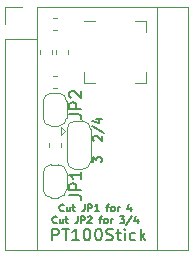
<source format=gbr>
G04 #@! TF.GenerationSoftware,KiCad,Pcbnew,(5.1.5)-3*
G04 #@! TF.CreationDate,2020-05-14T12:06:05-05:00*
G04 #@! TF.ProjectId,pt100stick,70743130-3073-4746-9963-6b2e6b696361,rev?*
G04 #@! TF.SameCoordinates,Original*
G04 #@! TF.FileFunction,Legend,Top*
G04 #@! TF.FilePolarity,Positive*
%FSLAX46Y46*%
G04 Gerber Fmt 4.6, Leading zero omitted, Abs format (unit mm)*
G04 Created by KiCad (PCBNEW (5.1.5)-3) date 2020-05-14 12:06:05*
%MOMM*%
%LPD*%
G04 APERTURE LIST*
%ADD10C,0.150000*%
%ADD11C,0.120000*%
G04 APERTURE END LIST*
D10*
X144812238Y-89479380D02*
X144812238Y-88479380D01*
X145193190Y-88479380D01*
X145288428Y-88527000D01*
X145336047Y-88574619D01*
X145383666Y-88669857D01*
X145383666Y-88812714D01*
X145336047Y-88907952D01*
X145288428Y-88955571D01*
X145193190Y-89003190D01*
X144812238Y-89003190D01*
X145669380Y-88479380D02*
X146240809Y-88479380D01*
X145955095Y-89479380D02*
X145955095Y-88479380D01*
X147097952Y-89479380D02*
X146526523Y-89479380D01*
X146812238Y-89479380D02*
X146812238Y-88479380D01*
X146717000Y-88622238D01*
X146621761Y-88717476D01*
X146526523Y-88765095D01*
X147717000Y-88479380D02*
X147812238Y-88479380D01*
X147907476Y-88527000D01*
X147955095Y-88574619D01*
X148002714Y-88669857D01*
X148050333Y-88860333D01*
X148050333Y-89098428D01*
X148002714Y-89288904D01*
X147955095Y-89384142D01*
X147907476Y-89431761D01*
X147812238Y-89479380D01*
X147717000Y-89479380D01*
X147621761Y-89431761D01*
X147574142Y-89384142D01*
X147526523Y-89288904D01*
X147478904Y-89098428D01*
X147478904Y-88860333D01*
X147526523Y-88669857D01*
X147574142Y-88574619D01*
X147621761Y-88527000D01*
X147717000Y-88479380D01*
X148669380Y-88479380D02*
X148764619Y-88479380D01*
X148859857Y-88527000D01*
X148907476Y-88574619D01*
X148955095Y-88669857D01*
X149002714Y-88860333D01*
X149002714Y-89098428D01*
X148955095Y-89288904D01*
X148907476Y-89384142D01*
X148859857Y-89431761D01*
X148764619Y-89479380D01*
X148669380Y-89479380D01*
X148574142Y-89431761D01*
X148526523Y-89384142D01*
X148478904Y-89288904D01*
X148431285Y-89098428D01*
X148431285Y-88860333D01*
X148478904Y-88669857D01*
X148526523Y-88574619D01*
X148574142Y-88527000D01*
X148669380Y-88479380D01*
X149383666Y-89431761D02*
X149526523Y-89479380D01*
X149764619Y-89479380D01*
X149859857Y-89431761D01*
X149907476Y-89384142D01*
X149955095Y-89288904D01*
X149955095Y-89193666D01*
X149907476Y-89098428D01*
X149859857Y-89050809D01*
X149764619Y-89003190D01*
X149574142Y-88955571D01*
X149478904Y-88907952D01*
X149431285Y-88860333D01*
X149383666Y-88765095D01*
X149383666Y-88669857D01*
X149431285Y-88574619D01*
X149478904Y-88527000D01*
X149574142Y-88479380D01*
X149812238Y-88479380D01*
X149955095Y-88527000D01*
X150240809Y-88812714D02*
X150621761Y-88812714D01*
X150383666Y-88479380D02*
X150383666Y-89336523D01*
X150431285Y-89431761D01*
X150526523Y-89479380D01*
X150621761Y-89479380D01*
X150955095Y-89479380D02*
X150955095Y-88812714D01*
X150955095Y-88479380D02*
X150907476Y-88527000D01*
X150955095Y-88574619D01*
X151002714Y-88527000D01*
X150955095Y-88479380D01*
X150955095Y-88574619D01*
X151859857Y-89431761D02*
X151764619Y-89479380D01*
X151574142Y-89479380D01*
X151478904Y-89431761D01*
X151431285Y-89384142D01*
X151383666Y-89288904D01*
X151383666Y-89003190D01*
X151431285Y-88907952D01*
X151478904Y-88860333D01*
X151574142Y-88812714D01*
X151764619Y-88812714D01*
X151859857Y-88860333D01*
X152288428Y-89479380D02*
X152288428Y-88479380D01*
X152383666Y-89098428D02*
X152669380Y-89479380D01*
X152669380Y-88812714D02*
X152288428Y-89193666D01*
X145191571Y-87971285D02*
X145163000Y-87999857D01*
X145077285Y-88028428D01*
X145020142Y-88028428D01*
X144934428Y-87999857D01*
X144877285Y-87942714D01*
X144848714Y-87885571D01*
X144820142Y-87771285D01*
X144820142Y-87685571D01*
X144848714Y-87571285D01*
X144877285Y-87514142D01*
X144934428Y-87457000D01*
X145020142Y-87428428D01*
X145077285Y-87428428D01*
X145163000Y-87457000D01*
X145191571Y-87485571D01*
X145705857Y-87628428D02*
X145705857Y-88028428D01*
X145448714Y-87628428D02*
X145448714Y-87942714D01*
X145477285Y-87999857D01*
X145534428Y-88028428D01*
X145620142Y-88028428D01*
X145677285Y-87999857D01*
X145705857Y-87971285D01*
X145905857Y-87628428D02*
X146134428Y-87628428D01*
X145991571Y-87428428D02*
X145991571Y-87942714D01*
X146020142Y-87999857D01*
X146077285Y-88028428D01*
X146134428Y-88028428D01*
X146963000Y-87428428D02*
X146963000Y-87857000D01*
X146934428Y-87942714D01*
X146877285Y-87999857D01*
X146791571Y-88028428D01*
X146734428Y-88028428D01*
X147248714Y-88028428D02*
X147248714Y-87428428D01*
X147477285Y-87428428D01*
X147534428Y-87457000D01*
X147563000Y-87485571D01*
X147591571Y-87542714D01*
X147591571Y-87628428D01*
X147563000Y-87685571D01*
X147534428Y-87714142D01*
X147477285Y-87742714D01*
X147248714Y-87742714D01*
X147820142Y-87485571D02*
X147848714Y-87457000D01*
X147905857Y-87428428D01*
X148048714Y-87428428D01*
X148105857Y-87457000D01*
X148134428Y-87485571D01*
X148163000Y-87542714D01*
X148163000Y-87599857D01*
X148134428Y-87685571D01*
X147791571Y-88028428D01*
X148163000Y-88028428D01*
X148791571Y-87628428D02*
X149020142Y-87628428D01*
X148877285Y-88028428D02*
X148877285Y-87514142D01*
X148905857Y-87457000D01*
X148963000Y-87428428D01*
X149020142Y-87428428D01*
X149305857Y-88028428D02*
X149248714Y-87999857D01*
X149220142Y-87971285D01*
X149191571Y-87914142D01*
X149191571Y-87742714D01*
X149220142Y-87685571D01*
X149248714Y-87657000D01*
X149305857Y-87628428D01*
X149391571Y-87628428D01*
X149448714Y-87657000D01*
X149477285Y-87685571D01*
X149505857Y-87742714D01*
X149505857Y-87914142D01*
X149477285Y-87971285D01*
X149448714Y-87999857D01*
X149391571Y-88028428D01*
X149305857Y-88028428D01*
X149763000Y-88028428D02*
X149763000Y-87628428D01*
X149763000Y-87742714D02*
X149791571Y-87685571D01*
X149820142Y-87657000D01*
X149877285Y-87628428D01*
X149934428Y-87628428D01*
X150534428Y-87428428D02*
X150905857Y-87428428D01*
X150705857Y-87657000D01*
X150791571Y-87657000D01*
X150848714Y-87685571D01*
X150877285Y-87714142D01*
X150905857Y-87771285D01*
X150905857Y-87914142D01*
X150877285Y-87971285D01*
X150848714Y-87999857D01*
X150791571Y-88028428D01*
X150620142Y-88028428D01*
X150563000Y-87999857D01*
X150534428Y-87971285D01*
X151591571Y-87399857D02*
X151077285Y-88171285D01*
X152048714Y-87628428D02*
X152048714Y-88028428D01*
X151905857Y-87399857D02*
X151763000Y-87828428D01*
X152134428Y-87828428D01*
X145791571Y-86955285D02*
X145763000Y-86983857D01*
X145677285Y-87012428D01*
X145620142Y-87012428D01*
X145534428Y-86983857D01*
X145477285Y-86926714D01*
X145448714Y-86869571D01*
X145420142Y-86755285D01*
X145420142Y-86669571D01*
X145448714Y-86555285D01*
X145477285Y-86498142D01*
X145534428Y-86441000D01*
X145620142Y-86412428D01*
X145677285Y-86412428D01*
X145763000Y-86441000D01*
X145791571Y-86469571D01*
X146305857Y-86612428D02*
X146305857Y-87012428D01*
X146048714Y-86612428D02*
X146048714Y-86926714D01*
X146077285Y-86983857D01*
X146134428Y-87012428D01*
X146220142Y-87012428D01*
X146277285Y-86983857D01*
X146305857Y-86955285D01*
X146505857Y-86612428D02*
X146734428Y-86612428D01*
X146591571Y-86412428D02*
X146591571Y-86926714D01*
X146620142Y-86983857D01*
X146677285Y-87012428D01*
X146734428Y-87012428D01*
X147563000Y-86412428D02*
X147563000Y-86841000D01*
X147534428Y-86926714D01*
X147477285Y-86983857D01*
X147391571Y-87012428D01*
X147334428Y-87012428D01*
X147848714Y-87012428D02*
X147848714Y-86412428D01*
X148077285Y-86412428D01*
X148134428Y-86441000D01*
X148163000Y-86469571D01*
X148191571Y-86526714D01*
X148191571Y-86612428D01*
X148163000Y-86669571D01*
X148134428Y-86698142D01*
X148077285Y-86726714D01*
X147848714Y-86726714D01*
X148763000Y-87012428D02*
X148420142Y-87012428D01*
X148591571Y-87012428D02*
X148591571Y-86412428D01*
X148534428Y-86498142D01*
X148477285Y-86555285D01*
X148420142Y-86583857D01*
X149391571Y-86612428D02*
X149620142Y-86612428D01*
X149477285Y-87012428D02*
X149477285Y-86498142D01*
X149505857Y-86441000D01*
X149563000Y-86412428D01*
X149620142Y-86412428D01*
X149905857Y-87012428D02*
X149848714Y-86983857D01*
X149820142Y-86955285D01*
X149791571Y-86898142D01*
X149791571Y-86726714D01*
X149820142Y-86669571D01*
X149848714Y-86641000D01*
X149905857Y-86612428D01*
X149991571Y-86612428D01*
X150048714Y-86641000D01*
X150077285Y-86669571D01*
X150105857Y-86726714D01*
X150105857Y-86898142D01*
X150077285Y-86955285D01*
X150048714Y-86983857D01*
X149991571Y-87012428D01*
X149905857Y-87012428D01*
X150363000Y-87012428D02*
X150363000Y-86612428D01*
X150363000Y-86726714D02*
X150391571Y-86669571D01*
X150420142Y-86641000D01*
X150477285Y-86612428D01*
X150534428Y-86612428D01*
X151448714Y-86612428D02*
X151448714Y-87012428D01*
X151305857Y-86383857D02*
X151163000Y-86812428D01*
X151534428Y-86812428D01*
X148242785Y-82863500D02*
X148242785Y-82399214D01*
X148528500Y-82649214D01*
X148528500Y-82542071D01*
X148564214Y-82470642D01*
X148599928Y-82434928D01*
X148671357Y-82399214D01*
X148849928Y-82399214D01*
X148921357Y-82434928D01*
X148957071Y-82470642D01*
X148992785Y-82542071D01*
X148992785Y-82756357D01*
X148957071Y-82827785D01*
X148921357Y-82863500D01*
X148314214Y-81037785D02*
X148278500Y-81002071D01*
X148242785Y-80930642D01*
X148242785Y-80752071D01*
X148278500Y-80680642D01*
X148314214Y-80644928D01*
X148385642Y-80609214D01*
X148457071Y-80609214D01*
X148564214Y-80644928D01*
X148992785Y-81073500D01*
X148992785Y-80609214D01*
X148207071Y-79752071D02*
X149171357Y-80394928D01*
X148492785Y-79180642D02*
X148992785Y-79180642D01*
X148207071Y-79359214D02*
X148742785Y-79537785D01*
X148742785Y-79073500D01*
D11*
X147366000Y-79357000D02*
G75*
G02X148066000Y-80057000I0J-700000D01*
G01*
X146066000Y-80057000D02*
G75*
G02X146766000Y-79357000I700000J0D01*
G01*
X146766000Y-83457000D02*
G75*
G02X146066000Y-82757000I0J700000D01*
G01*
X148066000Y-82757000D02*
G75*
G02X147366000Y-83457000I-700000J0D01*
G01*
X148066000Y-80007000D02*
X148066000Y-82807000D01*
X147366000Y-83457000D02*
X146766000Y-83457000D01*
X146066000Y-82807000D02*
X146066000Y-80007000D01*
X146766000Y-79357000D02*
X147366000Y-79357000D01*
X145866000Y-80207000D02*
X145566000Y-79907000D01*
X145566000Y-79907000D02*
X145566000Y-80507000D01*
X145866000Y-80207000D02*
X145566000Y-80507000D01*
X146034000Y-77696000D02*
X146034000Y-79096000D01*
X145334000Y-79796000D02*
X144734000Y-79796000D01*
X144034000Y-79096000D02*
X144034000Y-77696000D01*
X144734000Y-76996000D02*
X145334000Y-76996000D01*
X145334000Y-76996000D02*
G75*
G02X146034000Y-77696000I0J-700000D01*
G01*
X144034000Y-77696000D02*
G75*
G02X144734000Y-76996000I700000J0D01*
G01*
X144734000Y-79796000D02*
G75*
G02X144034000Y-79096000I0J700000D01*
G01*
X146034000Y-79096000D02*
G75*
G02X145334000Y-79796000I-700000J0D01*
G01*
X144034000Y-85155000D02*
X144034000Y-83755000D01*
X144734000Y-83055000D02*
X145334000Y-83055000D01*
X146034000Y-83755000D02*
X146034000Y-85155000D01*
X145334000Y-85855000D02*
X144734000Y-85855000D01*
X144734000Y-85855000D02*
G75*
G02X144034000Y-85155000I0J700000D01*
G01*
X146034000Y-85155000D02*
G75*
G02X145334000Y-85855000I-700000J0D01*
G01*
X145334000Y-83055000D02*
G75*
G02X146034000Y-83755000I0J-700000D01*
G01*
X144034000Y-83755000D02*
G75*
G02X144734000Y-83055000I700000J0D01*
G01*
X145159000Y-73347733D02*
X145159000Y-73690267D01*
X146179000Y-73347733D02*
X146179000Y-73690267D01*
X145219267Y-75563000D02*
X144876733Y-75563000D01*
X145219267Y-76583000D02*
X144876733Y-76583000D01*
X144876733Y-71630000D02*
X145219267Y-71630000D01*
X144876733Y-70610000D02*
X145219267Y-70610000D01*
X144782000Y-73718267D02*
X144782000Y-73375733D01*
X143762000Y-73718267D02*
X143762000Y-73375733D01*
X144524000Y-81235733D02*
X144524000Y-81578267D01*
X145544000Y-81235733D02*
X145544000Y-81578267D01*
X156340000Y-69720000D02*
X143510000Y-69720000D01*
X156340000Y-90300000D02*
X156340000Y-69720000D01*
X140840000Y-90300000D02*
X156340000Y-90300000D01*
X140840000Y-72390000D02*
X140840000Y-90300000D01*
X143510000Y-72390000D02*
X140840000Y-72390000D01*
X143510000Y-69720000D02*
X143510000Y-72390000D01*
X140840000Y-69720000D02*
X140840000Y-71120000D01*
X142240000Y-69720000D02*
X140840000Y-69720000D01*
X143510000Y-72390000D02*
X143510000Y-90300000D01*
X153670000Y-69720000D02*
X153670000Y-90300000D01*
X151824000Y-70923000D02*
X152724000Y-70923000D01*
X152724000Y-70923000D02*
X152724000Y-71823000D01*
X148404000Y-76143000D02*
X147504000Y-76143000D01*
X147504000Y-76143000D02*
X147504000Y-75243000D01*
X151824000Y-76143000D02*
X152724000Y-76143000D01*
X152724000Y-76143000D02*
X152724000Y-75243000D01*
X148404000Y-70923000D02*
X147504000Y-70923000D01*
D10*
X146264380Y-78811333D02*
X146978666Y-78811333D01*
X147121523Y-78858952D01*
X147216761Y-78954190D01*
X147264380Y-79097047D01*
X147264380Y-79192285D01*
X147264380Y-78335142D02*
X146264380Y-78335142D01*
X146264380Y-77954190D01*
X146312000Y-77858952D01*
X146359619Y-77811333D01*
X146454857Y-77763714D01*
X146597714Y-77763714D01*
X146692952Y-77811333D01*
X146740571Y-77858952D01*
X146788190Y-77954190D01*
X146788190Y-78335142D01*
X146359619Y-77382761D02*
X146312000Y-77335142D01*
X146264380Y-77239904D01*
X146264380Y-77001809D01*
X146312000Y-76906571D01*
X146359619Y-76858952D01*
X146454857Y-76811333D01*
X146550095Y-76811333D01*
X146692952Y-76858952D01*
X147264380Y-77430380D01*
X147264380Y-76811333D01*
X146264380Y-85669333D02*
X146978666Y-85669333D01*
X147121523Y-85716952D01*
X147216761Y-85812190D01*
X147264380Y-85955047D01*
X147264380Y-86050285D01*
X147264380Y-85193142D02*
X146264380Y-85193142D01*
X146264380Y-84812190D01*
X146312000Y-84716952D01*
X146359619Y-84669333D01*
X146454857Y-84621714D01*
X146597714Y-84621714D01*
X146692952Y-84669333D01*
X146740571Y-84716952D01*
X146788190Y-84812190D01*
X146788190Y-85193142D01*
X147264380Y-83669333D02*
X147264380Y-84240761D01*
X147264380Y-83955047D02*
X146264380Y-83955047D01*
X146407238Y-84050285D01*
X146502476Y-84145523D01*
X146550095Y-84240761D01*
M02*

</source>
